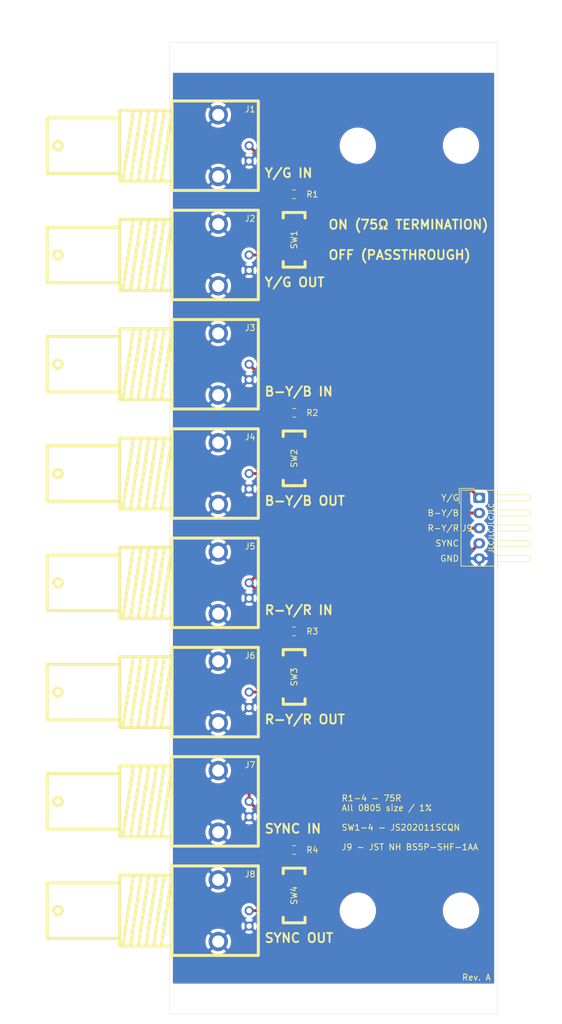
<source format=kicad_pcb>
(kicad_pcb (version 20171130) (host pcbnew "(5.1.12-1-10_14)")
  (layers (0 F.Cu signal) (31 B.Cu signal) (34 B.Paste user) (35 F.Paste user) (36 B.SilkS user) (37 F.SilkS user) (38 B.Mask user) (39 F.Mask user) (44 Edge.Cuts user))
  (net 0 "")
  (net 1 "Net-(J1-Pad1)")
  (net 2 GNDA)
  (net 3 "Net-(J2-Pad1)")
  (net 4 "Net-(J3-Pad1)")
  (net 5 "Net-(J4-Pad1)")
  (net 6 "Net-(J5-Pad1)")
  (net 7 "Net-(J6-Pad1)")
  (net 8 "Net-(J7-Pad1)")
  (net 9 "Net-(J8-Pad1)")
  (net 10 "Net-(R1-Pad1)")
  (net 11 "Net-(R2-Pad1)")
  (net 12 "Net-(R3-Pad1)")
  (net 13 "Net-(R4-Pad1)")
  (module MountingHole:MountingHole_3.2mm_M3 (layer F.Cu) (at 88 163)
    (fp_text reference H4 hide)
    (fp_text value MountingHole)
    (pad 1 np_thru_hole circle (at 0 0) (size 3.2 3.2) (drill 3.2) (layers *.Cu *.Mask))
  )
  (module MountingHole:MountingHole_3.2mm_M3 (layer F.Cu) (at 71 163)
    (fp_text reference H3 hide)
    (fp_text value MountingHole)
    (pad 1 np_thru_hole circle (at 0 0) (size 3.2 3.2) (drill 3.2) (layers *.Cu *.Mask))
  )
  (module MountingHole:MountingHole_3.2mm_M3 (layer F.Cu) (at 88 37)
    (fp_text reference H2 hide)
    (fp_text value MountingHole)
    (pad 1 np_thru_hole circle (at 0 0) (size 3.2 3.2) (drill 3.2) (layers *.Cu *.Mask))
  )
  (module MountingHole:MountingHole_3.2mm_M3 (layer F.Cu) (at 71 37)
    (fp_text reference H1 hide)
    (fp_text value MountingHole)
    (pad 1 np_thru_hole circle (at 0 0) (size 3.2 3.2) (drill 3.2) (layers *.Cu *.Mask))
  )
  (module Connector_JST_NH:JST_NH_BS5P-SHF-1AA_1x05_P2.50mm_Horizontal (layer F.Cu) (at 91 95 270)
    (fp_text reference J9 (at 5 2 180) (layer F.SilkS))
    (fp_text value Conn_01x05)
    (fp_line (start -1.55 3.3) (end 0.95 3.3) (layer F.SilkS) (width 0.12))
    (fp_line (start -1.55 0.8) (end -1.55 3.3) (layer F.SilkS) (width 0.12))
    (fp_line (start 10.5 -8) (end 10.5 -3) (layer F.SilkS) (width 0.12))
    (fp_line (start 10.3 -8.5) (end 10.5 -8) (layer F.SilkS) (width 0.12))
    (fp_line (start 9.7 -8.5) (end 10.3 -8.5) (layer F.SilkS) (width 0.12))
    (fp_line (start 9.5 -8) (end 9.7 -8.5) (layer F.SilkS) (width 0.12))
    (fp_line (start 9.5 -3) (end 9.5 -8) (layer F.SilkS) (width 0.12))
    (fp_line (start 8 -8) (end 8 -3) (layer F.SilkS) (width 0.12))
    (fp_line (start 7.8 -8.5) (end 8 -8) (layer F.SilkS) (width 0.12))
    (fp_line (start 7.2 -8.5) (end 7.8 -8.5) (layer F.SilkS) (width 0.12))
    (fp_line (start 7 -8) (end 7.2 -8.5) (layer F.SilkS) (width 0.12))
    (fp_line (start 7 -3) (end 7 -8) (layer F.SilkS) (width 0.12))
    (fp_line (start 5.5 -8) (end 5.5 -3) (layer F.SilkS) (width 0.12))
    (fp_line (start 5.3 -8.5) (end 5.5 -8) (layer F.SilkS) (width 0.12))
    (fp_line (start 4.7 -8.5) (end 5.3 -8.5) (layer F.SilkS) (width 0.12))
    (fp_line (start 4.5 -8) (end 4.7 -8.5) (layer F.SilkS) (width 0.12))
    (fp_line (start 4.5 -3) (end 4.5 -8) (layer F.SilkS) (width 0.12))
    (fp_line (start 3 -8) (end 3 -3) (layer F.SilkS) (width 0.12))
    (fp_line (start 2.8 -8.5) (end 3 -8) (layer F.SilkS) (width 0.12))
    (fp_line (start 2.2 -8.5) (end 2.8 -8.5) (layer F.SilkS) (width 0.12))
    (fp_line (start 2 -8) (end 2.2 -8.5) (layer F.SilkS) (width 0.12))
    (fp_line (start 2 -3) (end 2 -8) (layer F.SilkS) (width 0.12))
    (fp_line (start 0.5 -8) (end 0.5 -3) (layer F.SilkS) (width 0.12))
    (fp_line (start 0.3 -8.5) (end 0.5 -8) (layer F.SilkS) (width 0.12))
    (fp_line (start -0.3 -8.5) (end 0.3 -8.5) (layer F.SilkS) (width 0.12))
    (fp_line (start -0.5 -8) (end -0.3 -8.5) (layer F.SilkS) (width 0.12))
    (fp_line (start -0.5 -3) (end -0.5 -8) (layer F.SilkS) (width 0.12))
    (fp_line (start 11.25 -3) (end -1.25 -3) (layer F.SilkS) (width 0.12))
    (fp_line (start 11.25 3) (end 11.25 -3) (layer F.SilkS) (width 0.12))
    (fp_line (start -1.25 3) (end 11.25 3) (layer F.SilkS) (width 0.12))
    (fp_line (start -1.25 -3) (end -1.25 3) (layer F.SilkS) (width 0.12))
    (pad 5 thru_hole oval (at 10 0 270) (size 1.7 1.95) (drill 0.95) (layers *.Cu *.Mask) (net 2 GNDA))
    (pad 4 thru_hole oval (at 7.5 0 270) (size 1.7 1.95) (drill 0.95) (layers *.Cu *.Mask) (net 8 "Net-(J7-Pad1)"))
    (pad 3 thru_hole oval (at 5 0 270) (size 1.7 1.95) (drill 0.95) (layers *.Cu *.Mask) (net 6 "Net-(J5-Pad1)"))
    (pad 2 thru_hole oval (at 2.5 0 270) (size 1.7 1.95) (drill 0.95) (layers *.Cu *.Mask) (net 4 "Net-(J3-Pad1)"))
    (pad 1 thru_hole roundrect (at 0 0 270) (size 1.7 1.95) (drill 0.95) (layers *.Cu *.Mask) (roundrect_rratio 0.147059) (net 1 "Net-(J1-Pad1)"))
  )
  (module js202011scqn:js202011scqn (layer F.Cu) (at 60.5 160.5 270)
    (fp_text reference SW4 (at 0 0 90) (layer F.SilkS))
    (fp_text value SW_SYNC_TERM)
    (fp_line (start 4.5 -1.8) (end 3.6 -1.8) (layer F.SilkS) (width 0.5))
    (fp_line (start 4.5 0) (end 4.5 -1.8) (layer F.SilkS) (width 0.5))
    (fp_line (start 4.5 0) (end 4.5 1.8) (layer F.SilkS) (width 0.5))
    (fp_line (start 4.5 1.8) (end 3.6 1.8) (layer F.SilkS) (width 0.5))
    (fp_line (start -4.5 -1.8) (end -3.6 -1.8) (layer F.SilkS) (width 0.5))
    (fp_line (start -4.5 0) (end -4.5 -1.8) (layer F.SilkS) (width 0.5))
    (fp_line (start -4.5 1.8) (end -3.6 1.8) (layer F.SilkS) (width 0.5))
    (fp_line (start -4.5 0) (end -4.5 1.8) (layer F.SilkS) (width 0.5))
    (pad 4 smd rect (at -2.5 -2.75 270) (size 1.2 2.5) (layers F.Cu F.Paste F.Mask))
    (pad 1 smd rect (at -2.5 2.75 270) (size 1.2 2.5) (layers F.Cu F.Paste F.Mask) (net 13 "Net-(R4-Pad1)"))
    (pad 3 smd rect (at 2.5 2.75 270) (size 1.2 2.5) (layers F.Cu F.Paste F.Mask) (net 9 "Net-(J8-Pad1)"))
    (pad 6 smd rect (at 2.5 -2.75 270) (size 1.2 2.5) (layers F.Cu F.Paste F.Mask))
    (pad 5 smd rect (at 0 -2.75 270) (size 1.2 2.5) (layers F.Cu F.Paste F.Mask))
    (pad 2 smd rect (at 0 2.75 270) (size 1.2 2.5) (layers F.Cu F.Paste F.Mask) (net 8 "Net-(J7-Pad1)"))
  )
  (module js202011scqn:js202011scqn (layer F.Cu) (at 60.5 124.5 270)
    (fp_text reference SW3 (at 0 0 90) (layer F.SilkS))
    (fp_text value SW_PRR_TERM)
    (fp_line (start -4.5 0) (end -4.5 1.8) (layer F.SilkS) (width 0.5))
    (fp_line (start -4.5 1.8) (end -3.6 1.8) (layer F.SilkS) (width 0.5))
    (fp_line (start -4.5 0) (end -4.5 -1.8) (layer F.SilkS) (width 0.5))
    (fp_line (start -4.5 -1.8) (end -3.6 -1.8) (layer F.SilkS) (width 0.5))
    (fp_line (start 4.5 1.8) (end 3.6 1.8) (layer F.SilkS) (width 0.5))
    (fp_line (start 4.5 0) (end 4.5 1.8) (layer F.SilkS) (width 0.5))
    (fp_line (start 4.5 0) (end 4.5 -1.8) (layer F.SilkS) (width 0.5))
    (fp_line (start 4.5 -1.8) (end 3.6 -1.8) (layer F.SilkS) (width 0.5))
    (pad 2 smd rect (at 0 2.75 270) (size 1.2 2.5) (layers F.Cu F.Paste F.Mask) (net 6 "Net-(J5-Pad1)"))
    (pad 5 smd rect (at 0 -2.75 270) (size 1.2 2.5) (layers F.Cu F.Paste F.Mask))
    (pad 6 smd rect (at 2.5 -2.75 270) (size 1.2 2.5) (layers F.Cu F.Paste F.Mask))
    (pad 3 smd rect (at 2.5 2.75 270) (size 1.2 2.5) (layers F.Cu F.Paste F.Mask) (net 7 "Net-(J6-Pad1)"))
    (pad 1 smd rect (at -2.5 2.75 270) (size 1.2 2.5) (layers F.Cu F.Paste F.Mask) (net 12 "Net-(R3-Pad1)"))
    (pad 4 smd rect (at -2.5 -2.75 270) (size 1.2 2.5) (layers F.Cu F.Paste F.Mask))
  )
  (module js202011scqn:js202011scqn (layer F.Cu) (at 60.5 88.5 270)
    (fp_text reference SW2 (at 0 0 90) (layer F.SilkS))
    (fp_text value SW_PBB_TERM)
    (fp_line (start 4.5 -1.8) (end 3.6 -1.8) (layer F.SilkS) (width 0.5))
    (fp_line (start 4.5 0) (end 4.5 -1.8) (layer F.SilkS) (width 0.5))
    (fp_line (start 4.5 0) (end 4.5 1.8) (layer F.SilkS) (width 0.5))
    (fp_line (start 4.5 1.8) (end 3.6 1.8) (layer F.SilkS) (width 0.5))
    (fp_line (start -4.5 -1.8) (end -3.6 -1.8) (layer F.SilkS) (width 0.5))
    (fp_line (start -4.5 0) (end -4.5 -1.8) (layer F.SilkS) (width 0.5))
    (fp_line (start -4.5 1.8) (end -3.6 1.8) (layer F.SilkS) (width 0.5))
    (fp_line (start -4.5 0) (end -4.5 1.8) (layer F.SilkS) (width 0.5))
    (pad 4 smd rect (at -2.5 -2.75 270) (size 1.2 2.5) (layers F.Cu F.Paste F.Mask))
    (pad 1 smd rect (at -2.5 2.75 270) (size 1.2 2.5) (layers F.Cu F.Paste F.Mask) (net 11 "Net-(R2-Pad1)"))
    (pad 3 smd rect (at 2.5 2.75 270) (size 1.2 2.5) (layers F.Cu F.Paste F.Mask) (net 5 "Net-(J4-Pad1)"))
    (pad 6 smd rect (at 2.5 -2.75 270) (size 1.2 2.5) (layers F.Cu F.Paste F.Mask))
    (pad 5 smd rect (at 0 -2.75 270) (size 1.2 2.5) (layers F.Cu F.Paste F.Mask))
    (pad 2 smd rect (at 0 2.75 270) (size 1.2 2.5) (layers F.Cu F.Paste F.Mask) (net 4 "Net-(J3-Pad1)"))
  )
  (module js202011scqn:js202011scqn (layer F.Cu) (at 60.5 52.5 270)
    (fp_text reference SW1 (at 0 0 90) (layer F.SilkS))
    (fp_text value SW_YG_TERM)
    (fp_line (start 4.5 -1.8) (end 3.6 -1.8) (layer F.SilkS) (width 0.5))
    (fp_line (start 4.5 0) (end 4.5 -1.8) (layer F.SilkS) (width 0.5))
    (fp_line (start 4.5 0) (end 4.5 1.8) (layer F.SilkS) (width 0.5))
    (fp_line (start 4.5 1.8) (end 3.6 1.8) (layer F.SilkS) (width 0.5))
    (fp_line (start -4.5 -1.8) (end -3.6 -1.8) (layer F.SilkS) (width 0.5))
    (fp_line (start -4.5 0) (end -4.5 -1.8) (layer F.SilkS) (width 0.5))
    (fp_line (start -4.5 1.8) (end -3.6 1.8) (layer F.SilkS) (width 0.5))
    (fp_line (start -4.5 0) (end -4.5 1.8) (layer F.SilkS) (width 0.5))
    (pad 4 smd rect (at -2.5 -2.75 270) (size 1.2 2.5) (layers F.Cu F.Paste F.Mask))
    (pad 1 smd rect (at -2.5 2.75 270) (size 1.2 2.5) (layers F.Cu F.Paste F.Mask) (net 10 "Net-(R1-Pad1)"))
    (pad 3 smd rect (at 2.5 2.75 270) (size 1.2 2.5) (layers F.Cu F.Paste F.Mask) (net 3 "Net-(J2-Pad1)"))
    (pad 6 smd rect (at 2.5 -2.75 270) (size 1.2 2.5) (layers F.Cu F.Paste F.Mask))
    (pad 5 smd rect (at 0 -2.75 270) (size 1.2 2.5) (layers F.Cu F.Paste F.Mask))
    (pad 2 smd rect (at 0 2.75 270) (size 1.2 2.5) (layers F.Cu F.Paste F.Mask) (net 1 "Net-(J1-Pad1)"))
  )
  (module Resistor_SMD:R_0805_2012Metric_Pad1.15x1.40mm_HandSolder (layer F.Cu) (at 60.475 45)
    (fp_text reference R1 (at 3.025 0) (layer F.SilkS))
    (fp_text value 75R)
    (fp_line (start -0.261252 0.71) (end 0.261252 0.71) (layer F.SilkS) (width 0.12))
    (fp_line (start -0.261252 -0.71) (end 0.261252 -0.71) (layer F.SilkS) (width 0.12))
    (pad 2 smd roundrect (at 1.025 0) (size 1.15 1.4) (layers F.Cu F.Paste F.Mask) (roundrect_rratio 0.217391) (net 2 GNDA))
    (pad 1 smd roundrect (at -1.025 0) (size 1.15 1.4) (layers F.Cu F.Paste F.Mask) (roundrect_rratio 0.217391) (net 10 "Net-(R1-Pad1)"))
  )
  (module Resistor_SMD:R_0805_2012Metric_Pad1.15x1.40mm_HandSolder (layer F.Cu) (at 60.525 81)
    (fp_text reference R2 (at 2.975 0) (layer F.SilkS))
    (fp_text value 75R)
    (fp_line (start -0.261252 0.71) (end 0.261252 0.71) (layer F.SilkS) (width 0.12))
    (fp_line (start -0.261252 -0.71) (end 0.261252 -0.71) (layer F.SilkS) (width 0.12))
    (pad 2 smd roundrect (at 1.025 0) (size 1.15 1.4) (layers F.Cu F.Paste F.Mask) (roundrect_rratio 0.217391) (net 2 GNDA))
    (pad 1 smd roundrect (at -1.025 0) (size 1.15 1.4) (layers F.Cu F.Paste F.Mask) (roundrect_rratio 0.217391) (net 11 "Net-(R2-Pad1)"))
  )
  (module Resistor_SMD:R_0805_2012Metric_Pad1.15x1.40mm_HandSolder (layer F.Cu) (at 60.475 117)
    (fp_text reference R3 (at 3.025 0) (layer F.SilkS))
    (fp_text value 75R)
    (fp_line (start -0.261252 0.71) (end 0.261252 0.71) (layer F.SilkS) (width 0.12))
    (fp_line (start -0.261252 -0.71) (end 0.261252 -0.71) (layer F.SilkS) (width 0.12))
    (pad 2 smd roundrect (at 1.025 0) (size 1.15 1.4) (layers F.Cu F.Paste F.Mask) (roundrect_rratio 0.217391) (net 2 GNDA))
    (pad 1 smd roundrect (at -1.025 0) (size 1.15 1.4) (layers F.Cu F.Paste F.Mask) (roundrect_rratio 0.217391) (net 12 "Net-(R3-Pad1)"))
  )
  (module Resistor_SMD:R_0805_2012Metric_Pad1.15x1.40mm_HandSolder (layer F.Cu) (at 60.525 153)
    (fp_text reference R4 (at 2.975 0) (layer F.SilkS))
    (fp_text value 75R)
    (fp_line (start -0.261252 0.71) (end 0.261252 0.71) (layer F.SilkS) (width 0.12))
    (fp_line (start -0.261252 -0.71) (end 0.261252 -0.71) (layer F.SilkS) (width 0.12))
    (pad 2 smd roundrect (at 1.025 0) (size 1.15 1.4) (layers F.Cu F.Paste F.Mask) (roundrect_rratio 0.217391) (net 2 GNDA))
    (pad 1 smd roundrect (at -1.025 0) (size 1.15 1.4) (layers F.Cu F.Paste F.Mask) (roundrect_rratio 0.217391) (net 13 "Net-(R4-Pad1)"))
  )
  (module bnc-tht:BNC-THT (layer F.Cu) (at 48 163)
    (fp_text reference J8 (at 5.25 -6) (layer F.SilkS))
    (fp_text value SYNC_OUT)
    (fp_line (start -7.62 7.366) (end 6.604 7.366) (layer F.SilkS) (width 0.5))
    (fp_line (start -7.62 -7.366) (end -7.62 7.366) (layer F.SilkS) (width 0.5))
    (fp_line (start 6.604 -7.366) (end -7.62 -7.366) (layer F.SilkS) (width 0.5))
    (fp_line (start 6.604 7.366) (end 6.604 -7.366) (layer F.SilkS) (width 0.5))
    (fp_line (start -16.256 -5.842) (end -7.62 -5.842) (layer F.SilkS) (width 0.5))
    (fp_line (start -16.256 5.842) (end -16.256 -5.842) (layer F.SilkS) (width 0.5))
    (fp_line (start -7.62 5.842) (end -16.256 5.842) (layer F.SilkS) (width 0.5))
    (fp_line (start -15.748 5.842) (end -13.97 -5.842) (layer F.SilkS) (width 0.5))
    (fp_line (start -14.478 5.842) (end -12.7 -5.842) (layer F.SilkS) (width 0.5))
    (fp_line (start -13.208 5.842) (end -11.43 -5.842) (layer F.SilkS) (width 0.5))
    (fp_line (start -11.938 5.842) (end -10.16 -5.842) (layer F.SilkS) (width 0.5))
    (fp_line (start -10.668 5.842) (end -8.89 -5.842) (layer F.SilkS) (width 0.5))
    (fp_line (start -9.398 5.842) (end -7.62 -5.842) (layer F.SilkS) (width 0.5))
    (fp_line (start -28.194 -4.572) (end -16.256 -4.572) (layer F.SilkS) (width 0.5))
    (fp_line (start -28.194 0) (end -28.194 -4.572) (layer F.SilkS) (width 0.5))
    (fp_line (start -28.194 4.572) (end -16.256 4.572) (layer F.SilkS) (width 0.5))
    (fp_line (start -28.194 0) (end -28.194 4.572) (layer F.SilkS) (width 0.5))
    (fp_circle (center -26.416 0) (end -25.908 -0.508) (layer F.SilkS) (width 0.5))
    (pad 1 thru_hole circle (at 5.08 0) (size 1.5 1.5) (drill 0.9) (layers *.Cu *.Mask) (net 9 "Net-(J8-Pad1)"))
    (pad 2 thru_hole circle (at 0 5.08) (size 3.2 3.2) (drill 2) (layers *.Cu *.Mask) (net 2 GNDA))
    (pad 2 thru_hole circle (at 0 -5.08) (size 3.2 3.2) (drill 2) (layers *.Cu *.Mask) (net 2 GNDA))
    (pad 2 thru_hole circle (at 5.08 2.54) (size 1.5 1.5) (drill 0.9) (layers *.Cu *.Mask) (net 2 GNDA))
  )
  (module bnc-tht:BNC-THT (layer F.Cu) (at 48 145)
    (fp_text reference J7 (at 5.25 -6) (layer F.SilkS))
    (fp_text value SYNC_IN)
    (fp_line (start -7.62 7.366) (end 6.604 7.366) (layer F.SilkS) (width 0.5))
    (fp_line (start -7.62 -7.366) (end -7.62 7.366) (layer F.SilkS) (width 0.5))
    (fp_line (start 6.604 -7.366) (end -7.62 -7.366) (layer F.SilkS) (width 0.5))
    (fp_line (start 6.604 7.366) (end 6.604 -7.366) (layer F.SilkS) (width 0.5))
    (fp_line (start -16.256 -5.842) (end -7.62 -5.842) (layer F.SilkS) (width 0.5))
    (fp_line (start -16.256 5.842) (end -16.256 -5.842) (layer F.SilkS) (width 0.5))
    (fp_line (start -7.62 5.842) (end -16.256 5.842) (layer F.SilkS) (width 0.5))
    (fp_line (start -15.748 5.842) (end -13.97 -5.842) (layer F.SilkS) (width 0.5))
    (fp_line (start -14.478 5.842) (end -12.7 -5.842) (layer F.SilkS) (width 0.5))
    (fp_line (start -13.208 5.842) (end -11.43 -5.842) (layer F.SilkS) (width 0.5))
    (fp_line (start -11.938 5.842) (end -10.16 -5.842) (layer F.SilkS) (width 0.5))
    (fp_line (start -10.668 5.842) (end -8.89 -5.842) (layer F.SilkS) (width 0.5))
    (fp_line (start -9.398 5.842) (end -7.62 -5.842) (layer F.SilkS) (width 0.5))
    (fp_line (start -28.194 -4.572) (end -16.256 -4.572) (layer F.SilkS) (width 0.5))
    (fp_line (start -28.194 0) (end -28.194 -4.572) (layer F.SilkS) (width 0.5))
    (fp_line (start -28.194 4.572) (end -16.256 4.572) (layer F.SilkS) (width 0.5))
    (fp_line (start -28.194 0) (end -28.194 4.572) (layer F.SilkS) (width 0.5))
    (fp_circle (center -26.416 0) (end -25.908 -0.508) (layer F.SilkS) (width 0.5))
    (pad 1 thru_hole circle (at 5.08 0) (size 1.5 1.5) (drill 0.9) (layers *.Cu *.Mask) (net 8 "Net-(J7-Pad1)"))
    (pad 2 thru_hole circle (at 0 5.08) (size 3.2 3.2) (drill 2) (layers *.Cu *.Mask) (net 2 GNDA))
    (pad 2 thru_hole circle (at 0 -5.08) (size 3.2 3.2) (drill 2) (layers *.Cu *.Mask) (net 2 GNDA))
    (pad 2 thru_hole circle (at 5.08 2.54) (size 1.5 1.5) (drill 0.9) (layers *.Cu *.Mask) (net 2 GNDA))
  )
  (module bnc-tht:BNC-THT (layer F.Cu) (at 48 127)
    (fp_text reference J6 (at 5.25 -6) (layer F.SilkS))
    (fp_text value PRR_OUT)
    (fp_line (start -7.62 7.366) (end 6.604 7.366) (layer F.SilkS) (width 0.5))
    (fp_line (start -7.62 -7.366) (end -7.62 7.366) (layer F.SilkS) (width 0.5))
    (fp_line (start 6.604 -7.366) (end -7.62 -7.366) (layer F.SilkS) (width 0.5))
    (fp_line (start 6.604 7.366) (end 6.604 -7.366) (layer F.SilkS) (width 0.5))
    (fp_line (start -16.256 -5.842) (end -7.62 -5.842) (layer F.SilkS) (width 0.5))
    (fp_line (start -16.256 5.842) (end -16.256 -5.842) (layer F.SilkS) (width 0.5))
    (fp_line (start -7.62 5.842) (end -16.256 5.842) (layer F.SilkS) (width 0.5))
    (fp_line (start -15.748 5.842) (end -13.97 -5.842) (layer F.SilkS) (width 0.5))
    (fp_line (start -14.478 5.842) (end -12.7 -5.842) (layer F.SilkS) (width 0.5))
    (fp_line (start -13.208 5.842) (end -11.43 -5.842) (layer F.SilkS) (width 0.5))
    (fp_line (start -11.938 5.842) (end -10.16 -5.842) (layer F.SilkS) (width 0.5))
    (fp_line (start -10.668 5.842) (end -8.89 -5.842) (layer F.SilkS) (width 0.5))
    (fp_line (start -9.398 5.842) (end -7.62 -5.842) (layer F.SilkS) (width 0.5))
    (fp_line (start -28.194 -4.572) (end -16.256 -4.572) (layer F.SilkS) (width 0.5))
    (fp_line (start -28.194 0) (end -28.194 -4.572) (layer F.SilkS) (width 0.5))
    (fp_line (start -28.194 4.572) (end -16.256 4.572) (layer F.SilkS) (width 0.5))
    (fp_line (start -28.194 0) (end -28.194 4.572) (layer F.SilkS) (width 0.5))
    (fp_circle (center -26.416 0) (end -25.908 -0.508) (layer F.SilkS) (width 0.5))
    (pad 1 thru_hole circle (at 5.08 0) (size 1.5 1.5) (drill 0.9) (layers *.Cu *.Mask) (net 7 "Net-(J6-Pad1)"))
    (pad 2 thru_hole circle (at 0 5.08) (size 3.2 3.2) (drill 2) (layers *.Cu *.Mask) (net 2 GNDA))
    (pad 2 thru_hole circle (at 0 -5.08) (size 3.2 3.2) (drill 2) (layers *.Cu *.Mask) (net 2 GNDA))
    (pad 2 thru_hole circle (at 5.08 2.54) (size 1.5 1.5) (drill 0.9) (layers *.Cu *.Mask) (net 2 GNDA))
  )
  (module bnc-tht:BNC-THT (layer F.Cu) (at 48 109)
    (fp_text reference J5 (at 5.25 -6) (layer F.SilkS))
    (fp_text value PRR_IN)
    (fp_line (start -7.62 7.366) (end 6.604 7.366) (layer F.SilkS) (width 0.5))
    (fp_line (start -7.62 -7.366) (end -7.62 7.366) (layer F.SilkS) (width 0.5))
    (fp_line (start 6.604 -7.366) (end -7.62 -7.366) (layer F.SilkS) (width 0.5))
    (fp_line (start 6.604 7.366) (end 6.604 -7.366) (layer F.SilkS) (width 0.5))
    (fp_line (start -16.256 -5.842) (end -7.62 -5.842) (layer F.SilkS) (width 0.5))
    (fp_line (start -16.256 5.842) (end -16.256 -5.842) (layer F.SilkS) (width 0.5))
    (fp_line (start -7.62 5.842) (end -16.256 5.842) (layer F.SilkS) (width 0.5))
    (fp_line (start -15.748 5.842) (end -13.97 -5.842) (layer F.SilkS) (width 0.5))
    (fp_line (start -14.478 5.842) (end -12.7 -5.842) (layer F.SilkS) (width 0.5))
    (fp_line (start -13.208 5.842) (end -11.43 -5.842) (layer F.SilkS) (width 0.5))
    (fp_line (start -11.938 5.842) (end -10.16 -5.842) (layer F.SilkS) (width 0.5))
    (fp_line (start -10.668 5.842) (end -8.89 -5.842) (layer F.SilkS) (width 0.5))
    (fp_line (start -9.398 5.842) (end -7.62 -5.842) (layer F.SilkS) (width 0.5))
    (fp_line (start -28.194 -4.572) (end -16.256 -4.572) (layer F.SilkS) (width 0.5))
    (fp_line (start -28.194 0) (end -28.194 -4.572) (layer F.SilkS) (width 0.5))
    (fp_line (start -28.194 4.572) (end -16.256 4.572) (layer F.SilkS) (width 0.5))
    (fp_line (start -28.194 0) (end -28.194 4.572) (layer F.SilkS) (width 0.5))
    (fp_circle (center -26.416 0) (end -25.908 -0.508) (layer F.SilkS) (width 0.5))
    (pad 1 thru_hole circle (at 5.08 0) (size 1.5 1.5) (drill 0.9) (layers *.Cu *.Mask) (net 6 "Net-(J5-Pad1)"))
    (pad 2 thru_hole circle (at 0 5.08) (size 3.2 3.2) (drill 2) (layers *.Cu *.Mask) (net 2 GNDA))
    (pad 2 thru_hole circle (at 0 -5.08) (size 3.2 3.2) (drill 2) (layers *.Cu *.Mask) (net 2 GNDA))
    (pad 2 thru_hole circle (at 5.08 2.54) (size 1.5 1.5) (drill 0.9) (layers *.Cu *.Mask) (net 2 GNDA))
  )
  (module bnc-tht:BNC-THT (layer F.Cu) (at 48 91)
    (fp_text reference J4 (at 5.25 -6) (layer F.SilkS))
    (fp_text value PBB_OUT)
    (fp_line (start -7.62 7.366) (end 6.604 7.366) (layer F.SilkS) (width 0.5))
    (fp_line (start -7.62 -7.366) (end -7.62 7.366) (layer F.SilkS) (width 0.5))
    (fp_line (start 6.604 -7.366) (end -7.62 -7.366) (layer F.SilkS) (width 0.5))
    (fp_line (start 6.604 7.366) (end 6.604 -7.366) (layer F.SilkS) (width 0.5))
    (fp_line (start -16.256 -5.842) (end -7.62 -5.842) (layer F.SilkS) (width 0.5))
    (fp_line (start -16.256 5.842) (end -16.256 -5.842) (layer F.SilkS) (width 0.5))
    (fp_line (start -7.62 5.842) (end -16.256 5.842) (layer F.SilkS) (width 0.5))
    (fp_line (start -15.748 5.842) (end -13.97 -5.842) (layer F.SilkS) (width 0.5))
    (fp_line (start -14.478 5.842) (end -12.7 -5.842) (layer F.SilkS) (width 0.5))
    (fp_line (start -13.208 5.842) (end -11.43 -5.842) (layer F.SilkS) (width 0.5))
    (fp_line (start -11.938 5.842) (end -10.16 -5.842) (layer F.SilkS) (width 0.5))
    (fp_line (start -10.668 5.842) (end -8.89 -5.842) (layer F.SilkS) (width 0.5))
    (fp_line (start -9.398 5.842) (end -7.62 -5.842) (layer F.SilkS) (width 0.5))
    (fp_line (start -28.194 -4.572) (end -16.256 -4.572) (layer F.SilkS) (width 0.5))
    (fp_line (start -28.194 0) (end -28.194 -4.572) (layer F.SilkS) (width 0.5))
    (fp_line (start -28.194 4.572) (end -16.256 4.572) (layer F.SilkS) (width 0.5))
    (fp_line (start -28.194 0) (end -28.194 4.572) (layer F.SilkS) (width 0.5))
    (fp_circle (center -26.416 0) (end -25.908 -0.508) (layer F.SilkS) (width 0.5))
    (pad 1 thru_hole circle (at 5.08 0) (size 1.5 1.5) (drill 0.9) (layers *.Cu *.Mask) (net 5 "Net-(J4-Pad1)"))
    (pad 2 thru_hole circle (at 0 5.08) (size 3.2 3.2) (drill 2) (layers *.Cu *.Mask) (net 2 GNDA))
    (pad 2 thru_hole circle (at 0 -5.08) (size 3.2 3.2) (drill 2) (layers *.Cu *.Mask) (net 2 GNDA))
    (pad 2 thru_hole circle (at 5.08 2.54) (size 1.5 1.5) (drill 0.9) (layers *.Cu *.Mask) (net 2 GNDA))
  )
  (module bnc-tht:BNC-THT (layer F.Cu) (at 48 73)
    (fp_text reference J3 (at 5.25 -6) (layer F.SilkS))
    (fp_text value PBB_IN)
    (fp_line (start -7.62 7.366) (end 6.604 7.366) (layer F.SilkS) (width 0.5))
    (fp_line (start -7.62 -7.366) (end -7.62 7.366) (layer F.SilkS) (width 0.5))
    (fp_line (start 6.604 -7.366) (end -7.62 -7.366) (layer F.SilkS) (width 0.5))
    (fp_line (start 6.604 7.366) (end 6.604 -7.366) (layer F.SilkS) (width 0.5))
    (fp_line (start -16.256 -5.842) (end -7.62 -5.842) (layer F.SilkS) (width 0.5))
    (fp_line (start -16.256 5.842) (end -16.256 -5.842) (layer F.SilkS) (width 0.5))
    (fp_line (start -7.62 5.842) (end -16.256 5.842) (layer F.SilkS) (width 0.5))
    (fp_line (start -15.748 5.842) (end -13.97 -5.842) (layer F.SilkS) (width 0.5))
    (fp_line (start -14.478 5.842) (end -12.7 -5.842) (layer F.SilkS) (width 0.5))
    (fp_line (start -13.208 5.842) (end -11.43 -5.842) (layer F.SilkS) (width 0.5))
    (fp_line (start -11.938 5.842) (end -10.16 -5.842) (layer F.SilkS) (width 0.5))
    (fp_line (start -10.668 5.842) (end -8.89 -5.842) (layer F.SilkS) (width 0.5))
    (fp_line (start -9.398 5.842) (end -7.62 -5.842) (layer F.SilkS) (width 0.5))
    (fp_line (start -28.194 -4.572) (end -16.256 -4.572) (layer F.SilkS) (width 0.5))
    (fp_line (start -28.194 0) (end -28.194 -4.572) (layer F.SilkS) (width 0.5))
    (fp_line (start -28.194 4.572) (end -16.256 4.572) (layer F.SilkS) (width 0.5))
    (fp_line (start -28.194 0) (end -28.194 4.572) (layer F.SilkS) (width 0.5))
    (fp_circle (center -26.416 0) (end -25.908 -0.508) (layer F.SilkS) (width 0.5))
    (pad 1 thru_hole circle (at 5.08 0) (size 1.5 1.5) (drill 0.9) (layers *.Cu *.Mask) (net 4 "Net-(J3-Pad1)"))
    (pad 2 thru_hole circle (at 0 5.08) (size 3.2 3.2) (drill 2) (layers *.Cu *.Mask) (net 2 GNDA))
    (pad 2 thru_hole circle (at 0 -5.08) (size 3.2 3.2) (drill 2) (layers *.Cu *.Mask) (net 2 GNDA))
    (pad 2 thru_hole circle (at 5.08 2.54) (size 1.5 1.5) (drill 0.9) (layers *.Cu *.Mask) (net 2 GNDA))
  )
  (module bnc-tht:BNC-THT (layer F.Cu) (at 48 55)
    (fp_text reference J2 (at 5.25 -6) (layer F.SilkS))
    (fp_text value YG_OUT)
    (fp_line (start -7.62 7.366) (end 6.604 7.366) (layer F.SilkS) (width 0.5))
    (fp_line (start -7.62 -7.366) (end -7.62 7.366) (layer F.SilkS) (width 0.5))
    (fp_line (start 6.604 -7.366) (end -7.62 -7.366) (layer F.SilkS) (width 0.5))
    (fp_line (start 6.604 7.366) (end 6.604 -7.366) (layer F.SilkS) (width 0.5))
    (fp_line (start -16.256 -5.842) (end -7.62 -5.842) (layer F.SilkS) (width 0.5))
    (fp_line (start -16.256 5.842) (end -16.256 -5.842) (layer F.SilkS) (width 0.5))
    (fp_line (start -7.62 5.842) (end -16.256 5.842) (layer F.SilkS) (width 0.5))
    (fp_line (start -15.748 5.842) (end -13.97 -5.842) (layer F.SilkS) (width 0.5))
    (fp_line (start -14.478 5.842) (end -12.7 -5.842) (layer F.SilkS) (width 0.5))
    (fp_line (start -13.208 5.842) (end -11.43 -5.842) (layer F.SilkS) (width 0.5))
    (fp_line (start -11.938 5.842) (end -10.16 -5.842) (layer F.SilkS) (width 0.5))
    (fp_line (start -10.668 5.842) (end -8.89 -5.842) (layer F.SilkS) (width 0.5))
    (fp_line (start -9.398 5.842) (end -7.62 -5.842) (layer F.SilkS) (width 0.5))
    (fp_line (start -28.194 -4.572) (end -16.256 -4.572) (layer F.SilkS) (width 0.5))
    (fp_line (start -28.194 0) (end -28.194 -4.572) (layer F.SilkS) (width 0.5))
    (fp_line (start -28.194 4.572) (end -16.256 4.572) (layer F.SilkS) (width 0.5))
    (fp_line (start -28.194 0) (end -28.194 4.572) (layer F.SilkS) (width 0.5))
    (fp_circle (center -26.416 0) (end -25.908 -0.508) (layer F.SilkS) (width 0.5))
    (pad 1 thru_hole circle (at 5.08 0) (size 1.5 1.5) (drill 0.9) (layers *.Cu *.Mask) (net 3 "Net-(J2-Pad1)"))
    (pad 2 thru_hole circle (at 0 5.08) (size 3.2 3.2) (drill 2) (layers *.Cu *.Mask) (net 2 GNDA))
    (pad 2 thru_hole circle (at 0 -5.08) (size 3.2 3.2) (drill 2) (layers *.Cu *.Mask) (net 2 GNDA))
    (pad 2 thru_hole circle (at 5.08 2.54) (size 1.5 1.5) (drill 0.9) (layers *.Cu *.Mask) (net 2 GNDA))
  )
  (module bnc-tht:BNC-THT (layer F.Cu) (at 48 37)
    (fp_text reference J1 (at 5.25 -6) (layer F.SilkS))
    (fp_text value YG_IN)
    (fp_line (start -7.62 7.366) (end 6.604 7.366) (layer F.SilkS) (width 0.5))
    (fp_line (start -7.62 -7.366) (end -7.62 7.366) (layer F.SilkS) (width 0.5))
    (fp_line (start 6.604 -7.366) (end -7.62 -7.366) (layer F.SilkS) (width 0.5))
    (fp_line (start 6.604 7.366) (end 6.604 -7.366) (layer F.SilkS) (width 0.5))
    (fp_line (start -16.256 -5.842) (end -7.62 -5.842) (layer F.SilkS) (width 0.5))
    (fp_line (start -16.256 5.842) (end -16.256 -5.842) (layer F.SilkS) (width 0.5))
    (fp_line (start -7.62 5.842) (end -16.256 5.842) (layer F.SilkS) (width 0.5))
    (fp_line (start -15.748 5.842) (end -13.97 -5.842) (layer F.SilkS) (width 0.5))
    (fp_line (start -14.478 5.842) (end -12.7 -5.842) (layer F.SilkS) (width 0.5))
    (fp_line (start -13.208 5.842) (end -11.43 -5.842) (layer F.SilkS) (width 0.5))
    (fp_line (start -11.938 5.842) (end -10.16 -5.842) (layer F.SilkS) (width 0.5))
    (fp_line (start -10.668 5.842) (end -8.89 -5.842) (layer F.SilkS) (width 0.5))
    (fp_line (start -9.398 5.842) (end -7.62 -5.842) (layer F.SilkS) (width 0.5))
    (fp_line (start -28.194 -4.572) (end -16.256 -4.572) (layer F.SilkS) (width 0.5))
    (fp_line (start -28.194 0) (end -28.194 -4.572) (layer F.SilkS) (width 0.5))
    (fp_line (start -28.194 4.572) (end -16.256 4.572) (layer F.SilkS) (width 0.5))
    (fp_line (start -28.194 0) (end -28.194 4.572) (layer F.SilkS) (width 0.5))
    (fp_circle (center -26.416 0) (end -25.908 -0.508) (layer F.SilkS) (width 0.5))
    (pad 1 thru_hole circle (at 5.08 0) (size 1.5 1.5) (drill 0.9) (layers *.Cu *.Mask) (net 1 "Net-(J1-Pad1)"))
    (pad 2 thru_hole circle (at 0 5.08) (size 3.2 3.2) (drill 2) (layers *.Cu *.Mask) (net 2 GNDA))
    (pad 2 thru_hole circle (at 0 -5.08) (size 3.2 3.2) (drill 2) (layers *.Cu *.Mask) (net 2 GNDA))
    (pad 2 thru_hole circle (at 5.08 2.54) (size 1.5 1.5) (drill 0.9) (layers *.Cu *.Mask) (net 2 GNDA))
  )
  (gr_text JLCJLCJLCJLC (at 93 100 90) (layer F.SilkS) (effects (font (size 0.8 0.8))))
  (gr_text "Rev. A" (at 93 174) (layer F.SilkS) (effects (font (size 1 1)) (justify right)))
  (gr_text "R1-4 - 75R\nAll 0805 size / 1%\n\nSW1-4 - JS202011SCQN\n\nJ9 - JST NH BS5P-SHF-1AA" (at 68.25 148.5) (layer F.SilkS) (effects (font (size 1 1)) (justify left)))
  (gr_text GND (at 87.75 105) (layer F.SilkS) (effects (font (size 1 1)) (justify right)))
  (gr_text SYNC (at 87.75 102.5) (layer F.SilkS) (effects (font (size 1 1)) (justify right)))
  (gr_text R-Y/R (at 87.75 100) (layer F.SilkS) (effects (font (size 1 1)) (justify right)))
  (gr_text B-Y/B (at 87.75 97.5) (layer F.SilkS) (effects (font (size 1 1)) (justify right)))
  (gr_text Y/G (at 87.75 95) (layer F.SilkS) (effects (font (size 1 1)) (justify right)))
  (gr_text "OFF (PASSTHROUGH)" (at 66 55) (layer F.SilkS) (effects (font (size 1.5 1.5) (thickness 0.3)) (justify left)))
  (gr_text "ON (75Ω TERMINATION)" (at 66 50) (layer F.SilkS) (effects (font (size 1.5 1.5) (thickness 0.3)) (justify left)))
  (gr_text "SYNC OUT" (at 55.5 167.5) (layer F.SilkS) (effects (font (size 1.5 1.5) (thickness 0.3)) (justify left)))
  (gr_text "SYNC IN" (at 55.5 149.5) (layer F.SilkS) (effects (font (size 1.5 1.5) (thickness 0.3)) (justify left)))
  (gr_text "R-Y/R OUT" (at 55.5 131.5) (layer F.SilkS) (effects (font (size 1.5 1.5) (thickness 0.3)) (justify left)))
  (gr_text "R-Y/R IN" (at 55.5 113.5) (layer F.SilkS) (effects (font (size 1.5 1.5) (thickness 0.3)) (justify left)))
  (gr_text "B-Y/B OUT" (at 55.5 95.5) (layer F.SilkS) (effects (font (size 1.5 1.5) (thickness 0.3)) (justify left)))
  (gr_text "B-Y/B IN" (at 55.5 77.5) (layer F.SilkS) (effects (font (size 1.5 1.5) (thickness 0.3)) (justify left)))
  (gr_text "Y/G OUT" (at 55.5 59.5) (layer F.SilkS) (effects (font (size 1.5 1.5) (thickness 0.3)) (justify left)))
  (gr_text "Y/G IN" (at 55.5 41.5) (layer F.SilkS) (effects (font (size 1.5 1.5) (thickness 0.3)) (justify left)))
  (gr_line (start 94 20) (end 94 180) (layer Edge.Cuts) (width 0.05))
  (gr_line (start 40 180) (end 40 20) (layer Edge.Cuts) (width 0.05))
  (gr_line (start 94 180) (end 40 180) (layer Edge.Cuts) (width 0.05))
  (gr_line (start 40 20) (end 94 20) (layer Edge.Cuts) (width 0.05))
  (segment (start 56.049999 50.799999) (end 56.049999 39.969999) (width 0.5) (layer F.Cu) (net 1))
  (segment (start 56.049999 39.969999) (end 53.08 37) (width 0.5) (layer F.Cu) (net 1))
  (segment (start 57.75 52.5) (end 56.049999 50.799999) (width 0.5) (layer F.Cu) (net 1))
  (segment (start 59.5 52.5) (end 60.5 53.5) (width 0.5) (layer F.Cu) (net 1))
  (segment (start 57.75 52.5) (end 59.5 52.5) (width 0.5) (layer F.Cu) (net 1))
  (segment (start 60.5 64.5) (end 91 95) (width 0.5) (layer F.Cu) (net 1))
  (segment (start 60.5 53.5) (end 60.5 64.5) (width 0.5) (layer F.Cu) (net 1))
  (segment (start 57.75 55) (end 53.08 55) (width 0.5) (layer F.Cu) (net 3))
  (segment (start 59.5 88.5) (end 60.5 89.5) (width 0.5) (layer F.Cu) (net 4))
  (segment (start 57.75 88.5) (end 59.5 88.5) (width 0.5) (layer F.Cu) (net 4))
  (segment (start 60.5 90.910002) (end 67.089998 97.5) (width 0.5) (layer F.Cu) (net 4))
  (segment (start 67.089998 97.5) (end 91 97.5) (width 0.5) (layer F.Cu) (net 4))
  (segment (start 60.5 89.5) (end 60.5 90.910002) (width 0.5) (layer F.Cu) (net 4))
  (segment (start 56.049999 75.969999) (end 53.08 73) (width 0.5) (layer F.Cu) (net 4))
  (segment (start 56.049999 86.799999) (end 56.049999 75.969999) (width 0.5) (layer F.Cu) (net 4))
  (segment (start 57.75 88.5) (end 56.049999 86.799999) (width 0.5) (layer F.Cu) (net 4))
  (segment (start 57.75 91) (end 53.08 91) (width 0.5) (layer F.Cu) (net 5))
  (segment (start 57.589998 124.5) (end 56 122.910002) (width 0.5) (layer F.Cu) (net 6))
  (segment (start 57.75 124.5) (end 57.589998 124.5) (width 0.5) (layer F.Cu) (net 6))
  (segment (start 56 111.92) (end 53.08 109) (width 0.5) (layer F.Cu) (net 6))
  (segment (start 56 122.910002) (end 56 111.92) (width 0.5) (layer F.Cu) (net 6))
  (segment (start 53.08 109) (end 62.08 100) (width 0.5) (layer F.Cu) (net 6))
  (segment (start 62.08 100) (end 91 100) (width 0.5) (layer F.Cu) (net 6))
  (segment (start 57.75 127) (end 53.08 127) (width 0.5) (layer F.Cu) (net 7))
  (segment (start 57.1 160.5) (end 56 159.4) (width 0.5) (layer F.Cu) (net 8))
  (segment (start 57.75 160.5) (end 57.1 160.5) (width 0.5) (layer F.Cu) (net 8))
  (segment (start 56 147.92) (end 53.08 145) (width 0.5) (layer F.Cu) (net 8))
  (segment (start 56 159.4) (end 56 147.92) (width 0.5) (layer F.Cu) (net 8))
  (segment (start 53.08 140.42) (end 91 102.5) (width 0.5) (layer F.Cu) (net 8))
  (segment (start 53.08 145) (end 53.08 140.42) (width 0.5) (layer F.Cu) (net 8))
  (segment (start 57.75 163) (end 53.08 163) (width 0.5) (layer F.Cu) (net 9))
  (segment (start 57.75 46.7) (end 59.45 45) (width 0.5) (layer F.Cu) (net 10))
  (segment (start 57.75 50) (end 57.75 46.7) (width 0.5) (layer F.Cu) (net 10))
  (segment (start 57.75 82.75) (end 59.5 81) (width 0.5) (layer F.Cu) (net 11))
  (segment (start 57.75 86) (end 57.75 82.75) (width 0.5) (layer F.Cu) (net 11))
  (segment (start 57.75 118.7) (end 59.45 117) (width 0.5) (layer F.Cu) (net 12))
  (segment (start 57.75 122) (end 57.75 118.7) (width 0.5) (layer F.Cu) (net 12))
  (segment (start 57.75 154.75) (end 59.5 153) (width 0.5) (layer F.Cu) (net 13))
  (segment (start 57.75 158) (end 57.75 154.75) (width 0.5) (layer F.Cu) (net 13))
  (zone (net 0) (net_name "") (layers F&B.Cu) (connect_pads (clearance 0.508)) (min_thickness 0.254)
    (keepout (tracks not_allowed) (vias not_allowed) (copperpour not_allowed))
    (fill (arc_segments 32) (thermal_gap 0.508) (thermal_bridge_width 0.508))
    (polygon (pts (xy 94 25) (xy 40 25) (xy 40 20) (xy 94 20)))
  )
  (zone (net 0) (net_name "") (layers F&B.Cu) (connect_pads (clearance 0.508)) (min_thickness 0.254)
    (keepout (tracks not_allowed) (vias not_allowed) (copperpour not_allowed))
    (fill (arc_segments 32) (thermal_gap 0.508) (thermal_bridge_width 0.508))
    (polygon (pts (xy 94 180) (xy 40 180) (xy 40 175) (xy 94 175)))
  )
  (zone (net 0) (net_name "") (layers F&B.Cu) (connect_pads (clearance 0.508)) (min_thickness 0.254)
    (keepout (tracks not_allowed) (vias not_allowed) (copperpour not_allowed))
    (fill (arc_segments 32) (thermal_gap 0.508) (thermal_bridge_width 0.508))
    (polygon (pts (xy 74 37) (xy 73.985554 37.294051) (xy 73.942355 37.58527) (xy 73.870821 37.870854) (xy 73.771638 38.14805) (xy 73.645763 38.41419) (xy 73.494408 38.66671) (xy 73.319031 38.903179) (xy 73.12132 39.12132) (xy 72.903179 39.319031) (xy 72.66671 39.494408) (xy 72.41419 39.645763) (xy 72.14805 39.771638) (xy 71.870854 39.870821) (xy 71.58527 39.942355) (xy 71.294051 39.985554) (xy 71 40) (xy 70.705949 39.985554) (xy 70.41473 39.942355) (xy 70.129146 39.870821) (xy 69.85195 39.771638) (xy 69.58581 39.645763) (xy 69.33329 39.494408) (xy 69.096821 39.319031) (xy 68.87868 39.12132) (xy 68.680969 38.903179) (xy 68.505592 38.66671) (xy 68.354237 38.41419) (xy 68.228362 38.14805) (xy 68.129179 37.870854) (xy 68.057645 37.58527) (xy 68.014446 37.294051) (xy 68 37) (xy 68.014446 36.705949) (xy 68.057645 36.41473) (xy 68.129179 36.129146) (xy 68.228362 35.85195) (xy 68.354237 35.58581) (xy 68.505592 35.33329) (xy 68.680969 35.096821) (xy 68.87868 34.87868) (xy 69.096821 34.680969) (xy 69.33329 34.505592) (xy 69.58581 34.354237) (xy 69.85195 34.228362) (xy 70.129146 34.129179) (xy 70.41473 34.057645) (xy 70.705949 34.014446) (xy 71 34) (xy 71.294051 34.014446) (xy 71.58527 34.057645) (xy 71.870854 34.129179) (xy 72.14805 34.228362) (xy 72.41419 34.354237) (xy 72.66671 34.505592) (xy 72.903179 34.680969) (xy 73.12132 34.87868) (xy 73.319031 35.096821) (xy 73.494408 35.33329) (xy 73.645763 35.58581) (xy 73.771638 35.85195) (xy 73.870821 36.129146) (xy 73.942355 36.41473) (xy 73.985554 36.705949)))
  )
  (zone (net 0) (net_name "") (layers F&B.Cu) (connect_pads (clearance 0.508)) (min_thickness 0.254)
    (keepout (tracks not_allowed) (vias not_allowed) (copperpour not_allowed))
    (fill (arc_segments 32) (thermal_gap 0.508) (thermal_bridge_width 0.508))
    (polygon (pts (xy 91 37) (xy 90.985554 37.294051) (xy 90.942355 37.58527) (xy 90.870821 37.870854) (xy 90.771638 38.14805) (xy 90.645763 38.41419) (xy 90.494408 38.66671) (xy 90.319031 38.903179) (xy 90.12132 39.12132) (xy 89.903179 39.319031) (xy 89.66671 39.494408) (xy 89.41419 39.645763) (xy 89.14805 39.771638) (xy 88.870854 39.870821) (xy 88.58527 39.942355) (xy 88.294051 39.985554) (xy 88 40) (xy 87.705949 39.985554) (xy 87.41473 39.942355) (xy 87.129146 39.870821) (xy 86.85195 39.771638) (xy 86.58581 39.645763) (xy 86.33329 39.494408) (xy 86.096821 39.319031) (xy 85.87868 39.12132) (xy 85.680969 38.903179) (xy 85.505592 38.66671) (xy 85.354237 38.41419) (xy 85.228362 38.14805) (xy 85.129179 37.870854) (xy 85.057645 37.58527) (xy 85.014446 37.294051) (xy 85 37) (xy 85.014446 36.705949) (xy 85.057645 36.41473) (xy 85.129179 36.129146) (xy 85.228362 35.85195) (xy 85.354237 35.58581) (xy 85.505592 35.33329) (xy 85.680969 35.096821) (xy 85.87868 34.87868) (xy 86.096821 34.680969) (xy 86.33329 34.505592) (xy 86.58581 34.354237) (xy 86.85195 34.228362) (xy 87.129146 34.129179) (xy 87.41473 34.057645) (xy 87.705949 34.014446) (xy 88 34) (xy 88.294051 34.014446) (xy 88.58527 34.057645) (xy 88.870854 34.129179) (xy 89.14805 34.228362) (xy 89.41419 34.354237) (xy 89.66671 34.505592) (xy 89.903179 34.680969) (xy 90.12132 34.87868) (xy 90.319031 35.096821) (xy 90.494408 35.33329) (xy 90.645763 35.58581) (xy 90.771638 35.85195) (xy 90.870821 36.129146) (xy 90.942355 36.41473) (xy 90.985554 36.705949)))
  )
  (zone (net 0) (net_name "") (layers F&B.Cu) (connect_pads (clearance 0.508)) (min_thickness 0.254)
    (keepout (tracks not_allowed) (vias not_allowed) (copperpour not_allowed))
    (fill (arc_segments 32) (thermal_gap 0.508) (thermal_bridge_width 0.508))
    (polygon (pts (xy 74 163) (xy 73.985554 163.294051) (xy 73.942355 163.58527) (xy 73.870821 163.870854) (xy 73.771638 164.14805) (xy 73.645763 164.41419) (xy 73.494408 164.66671) (xy 73.319031 164.903179) (xy 73.12132 165.12132) (xy 72.903179 165.319031) (xy 72.66671 165.494408) (xy 72.41419 165.645763) (xy 72.14805 165.771638) (xy 71.870854 165.870821) (xy 71.58527 165.942355) (xy 71.294051 165.985554) (xy 71 166) (xy 70.705949 165.985554) (xy 70.41473 165.942355) (xy 70.129146 165.870821) (xy 69.85195 165.771638) (xy 69.58581 165.645763) (xy 69.33329 165.494408) (xy 69.096821 165.319031) (xy 68.87868 165.12132) (xy 68.680969 164.903179) (xy 68.505592 164.66671) (xy 68.354237 164.41419) (xy 68.228362 164.14805) (xy 68.129179 163.870854) (xy 68.057645 163.58527) (xy 68.014446 163.294051) (xy 68 163) (xy 68.014446 162.705949) (xy 68.057645 162.41473) (xy 68.129179 162.129146) (xy 68.228362 161.85195) (xy 68.354237 161.58581) (xy 68.505592 161.33329) (xy 68.680969 161.096821) (xy 68.87868 160.87868) (xy 69.096821 160.680969) (xy 69.33329 160.505592) (xy 69.58581 160.354237) (xy 69.85195 160.228362) (xy 70.129146 160.129179) (xy 70.41473 160.057645) (xy 70.705949 160.014446) (xy 71 160) (xy 71.294051 160.014446) (xy 71.58527 160.057645) (xy 71.870854 160.129179) (xy 72.14805 160.228362) (xy 72.41419 160.354237) (xy 72.66671 160.505592) (xy 72.903179 160.680969) (xy 73.12132 160.87868) (xy 73.319031 161.096821) (xy 73.494408 161.33329) (xy 73.645763 161.58581) (xy 73.771638 161.85195) (xy 73.870821 162.129146) (xy 73.942355 162.41473) (xy 73.985554 162.705949)))
  )
  (zone (net 0) (net_name "") (layers F&B.Cu) (connect_pads (clearance 0.508)) (min_thickness 0.254)
    (keepout (tracks not_allowed) (vias not_allowed) (copperpour not_allowed))
    (fill (arc_segments 32) (thermal_gap 0.508) (thermal_bridge_width 0.508))
    (polygon (pts (xy 91 163) (xy 90.985554 163.294051) (xy 90.942355 163.58527) (xy 90.870821 163.870854) (xy 90.771638 164.14805) (xy 90.645763 164.41419) (xy 90.494408 164.66671) (xy 90.319031 164.903179) (xy 90.12132 165.12132) (xy 89.903179 165.319031) (xy 89.66671 165.494408) (xy 89.41419 165.645763) (xy 89.14805 165.771638) (xy 88.870854 165.870821) (xy 88.58527 165.942355) (xy 88.294051 165.985554) (xy 88 166) (xy 87.705949 165.985554) (xy 87.41473 165.942355) (xy 87.129146 165.870821) (xy 86.85195 165.771638) (xy 86.58581 165.645763) (xy 86.33329 165.494408) (xy 86.096821 165.319031) (xy 85.87868 165.12132) (xy 85.680969 164.903179) (xy 85.505592 164.66671) (xy 85.354237 164.41419) (xy 85.228362 164.14805) (xy 85.129179 163.870854) (xy 85.057645 163.58527) (xy 85.014446 163.294051) (xy 85 163) (xy 85.014446 162.705949) (xy 85.057645 162.41473) (xy 85.129179 162.129146) (xy 85.228362 161.85195) (xy 85.354237 161.58581) (xy 85.505592 161.33329) (xy 85.680969 161.096821) (xy 85.87868 160.87868) (xy 86.096821 160.680969) (xy 86.33329 160.505592) (xy 86.58581 160.354237) (xy 86.85195 160.228362) (xy 87.129146 160.129179) (xy 87.41473 160.057645) (xy 87.705949 160.014446) (xy 88 160) (xy 88.294051 160.014446) (xy 88.58527 160.057645) (xy 88.870854 160.129179) (xy 89.14805 160.228362) (xy 89.41419 160.354237) (xy 89.66671 160.505592) (xy 89.903179 160.680969) (xy 90.12132 160.87868) (xy 90.319031 161.096821) (xy 90.494408 161.33329) (xy 90.645763 161.58581) (xy 90.771638 161.85195) (xy 90.870821 162.129146) (xy 90.942355 162.41473) (xy 90.985554 162.705949)))
  )
  (zone (net 2) (net_name GNDA) (layer F.Cu) (connect_pads (clearance 0.508)) (min_thickness 0.254) (fill yes (arc_segments 32) (thermal_gap 0.508) (thermal_bridge_width 0.508))
    (polygon (pts (xy 94 180) (xy 40 180) (xy 40 20) (xy 94 20)))
  )
  (zone (net 2) (net_name GNDA) (layer B.Cu) (connect_pads (clearance 0.508)) (min_thickness 0.254) (fill yes (arc_segments 32) (thermal_gap 0.508) (thermal_bridge_width 0.508))
    (polygon (pts (xy 94 180) (xy 40 180) (xy 40 20) (xy 94 20)))
  )
)
</source>
